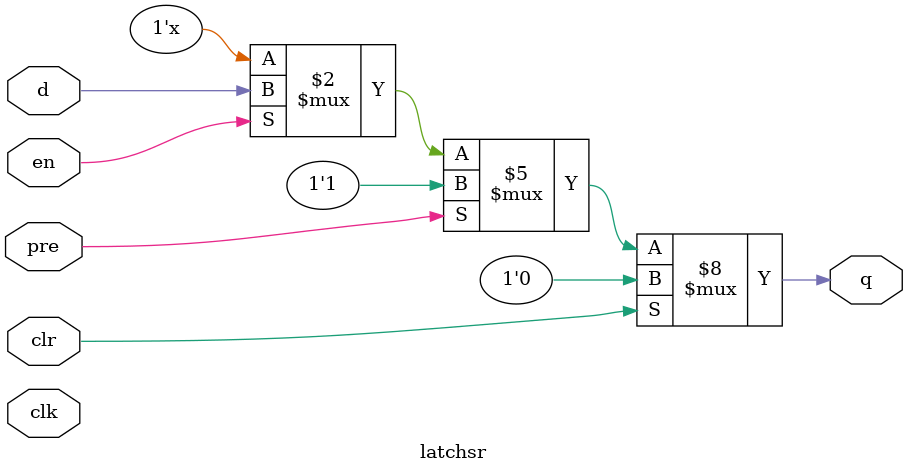
<source format=v>
module latchp
    ( input d, clk, en, output reg q );
	always @*
		if ( en )
			q <= d;
endmodule

module latchn
    ( input d, clk, en, output reg q );
	always @*
		if ( !en )
			q <= d;
endmodule

module latchsr
    ( input d, clk, en, clr, pre, output reg q );
	always @*
		if ( clr )
			q <= 1'b0;
		else if ( pre )
			q <= 1'b1;
		else if ( en )
			q <= d;
endmodule

</source>
